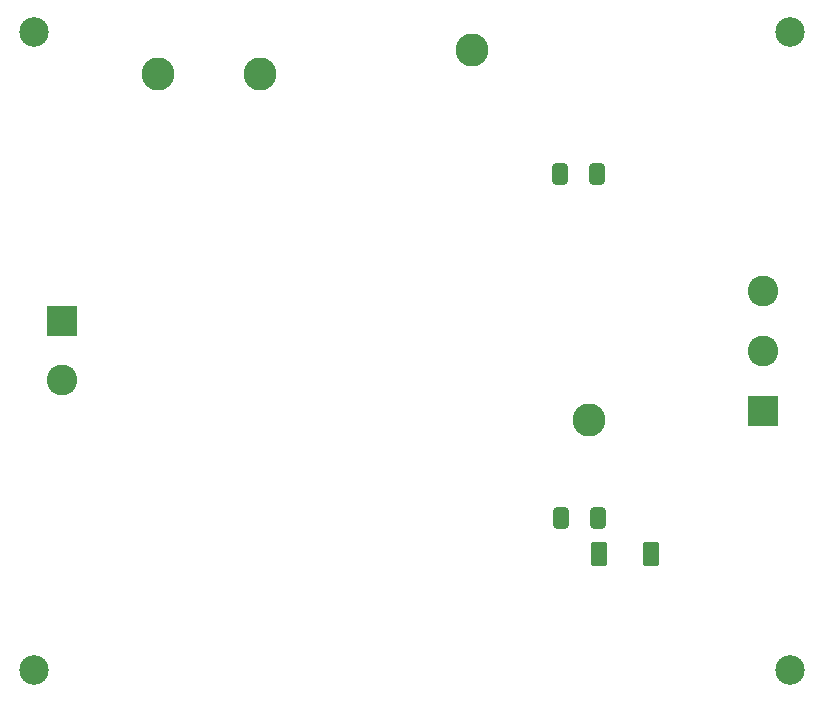
<source format=gbr>
G04 #@! TF.GenerationSoftware,KiCad,Pcbnew,8.0.6*
G04 #@! TF.CreationDate,2024-12-01T22:00:58+01:00*
G04 #@! TF.ProjectId,UCC25800,55434332-3538-4303-902e-6b696361645f,rev?*
G04 #@! TF.SameCoordinates,Original*
G04 #@! TF.FileFunction,Soldermask,Bot*
G04 #@! TF.FilePolarity,Negative*
%FSLAX46Y46*%
G04 Gerber Fmt 4.6, Leading zero omitted, Abs format (unit mm)*
G04 Created by KiCad (PCBNEW 8.0.6) date 2024-12-01 22:00:58*
%MOMM*%
%LPD*%
G01*
G04 APERTURE LIST*
G04 Aperture macros list*
%AMRoundRect*
0 Rectangle with rounded corners*
0 $1 Rounding radius*
0 $2 $3 $4 $5 $6 $7 $8 $9 X,Y pos of 4 corners*
0 Add a 4 corners polygon primitive as box body*
4,1,4,$2,$3,$4,$5,$6,$7,$8,$9,$2,$3,0*
0 Add four circle primitives for the rounded corners*
1,1,$1+$1,$2,$3*
1,1,$1+$1,$4,$5*
1,1,$1+$1,$6,$7*
1,1,$1+$1,$8,$9*
0 Add four rect primitives between the rounded corners*
20,1,$1+$1,$2,$3,$4,$5,0*
20,1,$1+$1,$4,$5,$6,$7,0*
20,1,$1+$1,$6,$7,$8,$9,0*
20,1,$1+$1,$8,$9,$2,$3,0*%
G04 Aperture macros list end*
%ADD10C,2.800000*%
%ADD11C,2.500000*%
%ADD12R,2.600000X2.600000*%
%ADD13C,2.600000*%
%ADD14RoundRect,0.250000X0.412500X0.650000X-0.412500X0.650000X-0.412500X-0.650000X0.412500X-0.650000X0*%
%ADD15RoundRect,0.250000X0.450000X0.800000X-0.450000X0.800000X-0.450000X-0.800000X0.450000X-0.800000X0*%
G04 APERTURE END LIST*
D10*
G04 #@! TO.C,TP4*
X160020000Y-64516000D03*
G04 #@! TD*
G04 #@! TO.C,TP3*
X169926000Y-95885000D03*
G04 #@! TD*
D11*
G04 #@! TO.C,H2*
X187000000Y-63000000D03*
G04 #@! TD*
G04 #@! TO.C,H1*
X123000000Y-63000000D03*
G04 #@! TD*
D12*
G04 #@! TO.C,J1*
X125298000Y-87500000D03*
D13*
X125298000Y-92500000D03*
G04 #@! TD*
D12*
G04 #@! TO.C,J2*
X184658000Y-95080000D03*
D13*
X184658000Y-90000000D03*
X184658000Y-84920000D03*
G04 #@! TD*
D11*
G04 #@! TO.C,H4*
X187000000Y-117000000D03*
G04 #@! TD*
D10*
G04 #@! TO.C,TP1*
X133477000Y-66548000D03*
G04 #@! TD*
G04 #@! TO.C,TP2*
X142113000Y-66548000D03*
G04 #@! TD*
D11*
G04 #@! TO.C,H3*
X123000000Y-117000000D03*
G04 #@! TD*
D14*
G04 #@! TO.C,C21*
X170726500Y-104140000D03*
X167601500Y-104140000D03*
G04 #@! TD*
G04 #@! TO.C,C22*
X170599500Y-75057000D03*
X167474500Y-75057000D03*
G04 #@! TD*
D15*
G04 #@! TO.C,D4*
X175174000Y-107188000D03*
X170774000Y-107188000D03*
G04 #@! TD*
M02*

</source>
